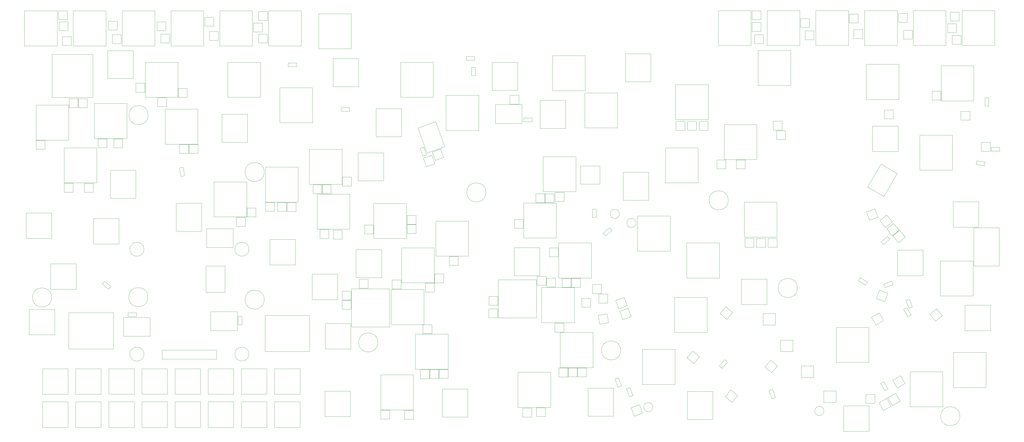
<source format=gbr>
G04 #@! TF.GenerationSoftware,KiCad,Pcbnew,(5.1.2-1)-1*
G04 #@! TF.CreationDate,2023-01-11T17:46:34-05:00*
G04 #@! TF.ProjectId,DrumMachineControlBoard,4472756d-4d61-4636-9869-6e65436f6e74,rev?*
G04 #@! TF.SameCoordinates,Original*
G04 #@! TF.FileFunction,Other,User*
%FSLAX46Y46*%
G04 Gerber Fmt 4.6, Leading zero omitted, Abs format (unit mm)*
G04 Created by KiCad (PCBNEW (5.1.2-1)-1) date 2023-01-11 17:46:34*
%MOMM*%
%LPD*%
G04 APERTURE LIST*
%ADD10C,0.050000*%
%ADD11C,0.120000*%
G04 APERTURE END LIST*
D10*
X121910000Y-19720000D02*
X118610000Y-19720000D01*
X121910000Y-18260000D02*
X121910000Y-19720000D01*
X118610000Y-18260000D02*
X121910000Y-18260000D01*
X118610000Y-19720000D02*
X118610000Y-18260000D01*
X142590000Y-37250000D02*
X139290000Y-37250000D01*
X142590000Y-35790000D02*
X142590000Y-37250000D01*
X139290000Y-35790000D02*
X142590000Y-35790000D01*
X139290000Y-37250000D02*
X139290000Y-35790000D01*
X310290000Y-86670000D02*
X310290000Y-72920000D01*
X297470000Y-86670000D02*
X310290000Y-86670000D01*
X297470000Y-72920000D02*
X297470000Y-86670000D01*
X310290000Y-72920000D02*
X297470000Y-72920000D01*
X283310000Y-40550000D02*
X283310000Y-26800000D01*
X270490000Y-40550000D02*
X283310000Y-40550000D01*
X270490000Y-26800000D02*
X270490000Y-40550000D01*
X283310000Y-26800000D02*
X270490000Y-26800000D01*
X310310000Y-90690000D02*
X306810000Y-90690000D01*
X310310000Y-90690000D02*
X310310000Y-87190000D01*
X306810000Y-87190000D02*
X306810000Y-90690000D01*
X306810000Y-87190000D02*
X310310000Y-87190000D01*
X305760000Y-90690000D02*
X302260000Y-90690000D01*
X305760000Y-90690000D02*
X305760000Y-87190000D01*
X302260000Y-87190000D02*
X302260000Y-90690000D01*
X302260000Y-87190000D02*
X305760000Y-87190000D01*
X301210000Y-90690000D02*
X297710000Y-90690000D01*
X301210000Y-90690000D02*
X301210000Y-87190000D01*
X297710000Y-87190000D02*
X297710000Y-90690000D01*
X297710000Y-87190000D02*
X301210000Y-87190000D01*
X283270000Y-44690000D02*
X279770000Y-44690000D01*
X283270000Y-44690000D02*
X283270000Y-41190000D01*
X279770000Y-41190000D02*
X279770000Y-44690000D01*
X279770000Y-41190000D02*
X283270000Y-41190000D01*
X278720000Y-44690000D02*
X275220000Y-44690000D01*
X278720000Y-44690000D02*
X278720000Y-41190000D01*
X275220000Y-41190000D02*
X275220000Y-44690000D01*
X275220000Y-41190000D02*
X278720000Y-41190000D01*
X274170000Y-44690000D02*
X270670000Y-44690000D01*
X274170000Y-44690000D02*
X274170000Y-41190000D01*
X270670000Y-41190000D02*
X270670000Y-44690000D01*
X270670000Y-41190000D02*
X274170000Y-41190000D01*
X143310000Y-12680000D02*
X143310000Y1070000D01*
X130490000Y-12680000D02*
X143310000Y-12680000D01*
X130490000Y1070000D02*
X130490000Y-12680000D01*
X143310000Y1070000D02*
X130490000Y1070000D01*
D11*
X41970000Y-14850000D02*
X33970000Y-14850000D01*
X41970000Y-31850000D02*
X41970000Y-14850000D01*
X25970000Y-31850000D02*
X41970000Y-31850000D01*
X25970000Y-14850000D02*
X25970000Y-31850000D01*
X33970000Y-14850000D02*
X25970000Y-14850000D01*
D10*
X191700000Y-17200000D02*
X188400000Y-17200000D01*
X191700000Y-15740000D02*
X191700000Y-17200000D01*
X188400000Y-15740000D02*
X191700000Y-15740000D01*
X188400000Y-17200000D02*
X188400000Y-15740000D01*
X393310000Y-31920000D02*
X393310000Y-35220000D01*
X391850000Y-31920000D02*
X393310000Y-31920000D01*
X391850000Y-35220000D02*
X391850000Y-31920000D01*
X393310000Y-35220000D02*
X391850000Y-35220000D01*
X394305000Y-51410002D02*
X397605000Y-51410002D01*
X394305000Y-52870002D02*
X394305000Y-51410002D01*
X397605000Y-52870002D02*
X394305000Y-52870002D01*
X397605000Y-51410002D02*
X397605000Y-52870002D01*
X391668170Y-58685429D02*
X388418304Y-58112390D01*
X391921696Y-57247610D02*
X391668170Y-58685429D01*
X388671830Y-56674571D02*
X391921696Y-57247610D01*
X388418304Y-58112390D02*
X388671830Y-56674571D01*
X355780168Y-105361642D02*
X352679182Y-106490309D01*
X355280818Y-103989691D02*
X355780168Y-105361642D01*
X352179832Y-105118358D02*
X355280818Y-103989691D01*
X352679182Y-106490309D02*
X352179832Y-105118358D01*
X342896058Y-102612801D02*
X345753942Y-104262801D01*
X342166058Y-103877199D02*
X342896058Y-102612801D01*
X345023942Y-105527199D02*
X342166058Y-103877199D01*
X345753942Y-104262801D02*
X345023942Y-105527199D01*
X361978358Y-114650168D02*
X360849691Y-111549182D01*
X363350309Y-114150818D02*
X361978358Y-114650168D01*
X362221642Y-111049832D02*
X363350309Y-114150818D01*
X360849691Y-111549182D02*
X362221642Y-111049832D01*
X361259878Y-114368018D02*
X362909878Y-117225902D01*
X359995480Y-115098018D02*
X361259878Y-114368018D01*
X361645480Y-117955902D02*
X359995480Y-115098018D01*
X362909878Y-117225902D02*
X361645480Y-117955902D01*
X308541642Y-146569832D02*
X309670309Y-149670818D01*
X307169691Y-147069182D02*
X308541642Y-146569832D01*
X308298358Y-150170168D02*
X307169691Y-147069182D01*
X309670309Y-149670818D02*
X308298358Y-150170168D01*
X287660188Y-137334738D02*
X289781387Y-134806792D01*
X288778613Y-138273208D02*
X287660188Y-137334738D01*
X290899812Y-135745262D02*
X288778613Y-138273208D01*
X289781387Y-134806792D02*
X290899812Y-135745262D01*
X237910000Y-78930000D02*
X237910000Y-75630000D01*
X239370000Y-78930000D02*
X237910000Y-78930000D01*
X239370000Y-75630000D02*
X239370000Y-78930000D01*
X237910000Y-75630000D02*
X239370000Y-75630000D01*
X242121984Y-85052529D02*
X244649930Y-82931330D01*
X243060454Y-86170954D02*
X242121984Y-85052529D01*
X245588400Y-84049755D02*
X243060454Y-86170954D01*
X244649930Y-82931330D02*
X245588400Y-84049755D01*
X247908358Y-145600168D02*
X246779691Y-142499182D01*
X249280309Y-145100818D02*
X247908358Y-145600168D01*
X248151642Y-141999832D02*
X249280309Y-145100818D01*
X246779691Y-142499182D02*
X248151642Y-141999832D01*
X252398358Y-149400168D02*
X251269691Y-146299182D01*
X253770309Y-148900818D02*
X252398358Y-149400168D01*
X252641642Y-145799832D02*
X253770309Y-148900818D01*
X251269691Y-146299182D02*
X252641642Y-145799832D01*
X214230000Y-41340000D02*
X210930000Y-41340000D01*
X214230000Y-39880000D02*
X214230000Y-41340000D01*
X210930000Y-39880000D02*
X214230000Y-39880000D01*
X210930000Y-41340000D02*
X210930000Y-39880000D01*
X46505262Y-103940188D02*
X49033208Y-106061387D01*
X45566792Y-105058613D02*
X46505262Y-103940188D01*
X48094738Y-107179812D02*
X45566792Y-105058613D01*
X49033208Y-106061387D02*
X48094738Y-107179812D01*
X352197199Y-143406058D02*
X353847199Y-146263942D01*
X350932801Y-144136058D02*
X352197199Y-143406058D01*
X352582801Y-146993942D02*
X350932801Y-144136058D01*
X353847199Y-146263942D02*
X352582801Y-146993942D01*
X354518011Y-87547468D02*
X351990065Y-89668667D01*
X353579541Y-86429043D02*
X354518011Y-87547468D01*
X351051595Y-88550242D02*
X353579541Y-86429043D01*
X351990065Y-89668667D02*
X351051595Y-88550242D01*
X171691642Y-51279832D02*
X172820309Y-54380818D01*
X170319691Y-51779182D02*
X171691642Y-51279832D01*
X171448358Y-54880168D02*
X170319691Y-51779182D01*
X172820309Y-54380818D02*
X171448358Y-54880168D01*
X76517610Y-62761696D02*
X75944571Y-59511830D01*
X77955429Y-62508170D02*
X76517610Y-62761696D01*
X77382390Y-59258304D02*
X77955429Y-62508170D01*
X75944571Y-59511830D02*
X77382390Y-59258304D01*
X190496676Y-23271694D02*
X190496676Y-19971694D01*
X191956676Y-23271694D02*
X190496676Y-23271694D01*
X191956676Y-19971694D02*
X191956676Y-23271694D01*
X190496676Y-19971694D02*
X191956676Y-19971694D01*
X98970000Y-121060000D02*
X98970000Y-117760000D01*
X100430000Y-121060000D02*
X98970000Y-121060000D01*
X100430000Y-117760000D02*
X100430000Y-121060000D01*
X98970000Y-117760000D02*
X100430000Y-117760000D01*
X59020000Y-117820000D02*
X55720000Y-117820000D01*
X59020000Y-116360000D02*
X59020000Y-117820000D01*
X55720000Y-116360000D02*
X59020000Y-116360000D01*
X55720000Y-117820000D02*
X55720000Y-116360000D01*
X328720000Y-155030000D02*
G75*
G03X328720000Y-155030000I-1800000J0D01*
G01*
X248500000Y-77560000D02*
G75*
G03X248500000Y-77560000I-1800000J0D01*
G01*
X261660000Y-153510000D02*
G75*
G03X261660000Y-153510000I-1800000J0D01*
G01*
X255030000Y-81130000D02*
G75*
G03X255030000Y-81130000I-1800000J0D01*
G01*
X352615927Y-112012997D02*
X349327003Y-110815927D01*
X352615927Y-112012997D02*
X353812997Y-108724073D01*
X350524073Y-107527003D02*
X349327003Y-110815927D01*
X350524073Y-107527003D02*
X353812997Y-108724073D01*
D11*
X397490000Y-98000000D02*
X387490000Y-98000000D01*
X397490000Y-83000000D02*
X397490000Y-98000000D01*
X387490000Y-83000000D02*
X397490000Y-83000000D01*
X387490000Y-83000000D02*
X387490000Y-98000000D01*
D10*
X395716096Y-11410000D02*
X395716096Y2340000D01*
X382896096Y-11410000D02*
X395716096Y-11410000D01*
X382896096Y2340000D02*
X382896096Y-11410000D01*
X395716096Y2340000D02*
X382896096Y2340000D01*
X376596328Y-11410000D02*
X376596328Y2340000D01*
X363776328Y-11410000D02*
X376596328Y-11410000D01*
X363776328Y2340000D02*
X363776328Y-11410000D01*
X376596328Y2340000D02*
X363776328Y2340000D01*
X357476560Y-11410000D02*
X357476560Y2340000D01*
X344656560Y-11410000D02*
X357476560Y-11410000D01*
X344656560Y2340000D02*
X344656560Y-11410000D01*
X357476560Y2340000D02*
X344656560Y2340000D01*
X338356792Y-11410000D02*
X338356792Y2340000D01*
X325536792Y-11410000D02*
X338356792Y-11410000D01*
X325536792Y2340000D02*
X325536792Y-11410000D01*
X338356792Y2340000D02*
X325536792Y2340000D01*
X319237024Y-11410000D02*
X319237024Y2340000D01*
X306417024Y-11410000D02*
X319237024Y-11410000D01*
X306417024Y2340000D02*
X306417024Y-11410000D01*
X319237024Y2340000D02*
X306417024Y2340000D01*
X300117256Y-11410000D02*
X300117256Y2340000D01*
X287297256Y-11410000D02*
X300117256Y-11410000D01*
X287297256Y2340000D02*
X287297256Y-11410000D01*
X300117256Y2340000D02*
X287297256Y2340000D01*
X123718000Y-11554000D02*
X123718000Y2196000D01*
X110898000Y-11554000D02*
X123718000Y-11554000D01*
X110898000Y2196000D02*
X110898000Y-11554000D01*
X123718000Y2196000D02*
X110898000Y2196000D01*
X104566400Y-11554000D02*
X104566400Y2196000D01*
X91746400Y-11554000D02*
X104566400Y-11554000D01*
X91746400Y2196000D02*
X91746400Y-11554000D01*
X104566400Y2196000D02*
X91746400Y2196000D01*
X85414800Y-11554000D02*
X85414800Y2196000D01*
X72594800Y-11554000D02*
X85414800Y-11554000D01*
X72594800Y2196000D02*
X72594800Y-11554000D01*
X85414800Y2196000D02*
X72594800Y2196000D01*
X66263200Y-11554000D02*
X66263200Y2196000D01*
X53443200Y-11554000D02*
X66263200Y-11554000D01*
X53443200Y2196000D02*
X53443200Y-11554000D01*
X66263200Y2196000D02*
X53443200Y2196000D01*
X47111600Y-11554000D02*
X47111600Y2196000D01*
X34291600Y-11554000D02*
X47111600Y-11554000D01*
X34291600Y2196000D02*
X34291600Y-11554000D01*
X47111600Y2196000D02*
X34291600Y2196000D01*
X27960000Y-11554000D02*
X27960000Y2196000D01*
X15140000Y-11554000D02*
X27960000Y-11554000D01*
X15140000Y2196000D02*
X15140000Y-11554000D01*
X27960000Y2196000D02*
X15140000Y2196000D01*
X381734000Y-1750000D02*
X378234000Y-1750000D01*
X381734000Y-1750000D02*
X381734000Y1750000D01*
X378234000Y1750000D02*
X378234000Y-1750000D01*
X378234000Y1750000D02*
X381734000Y1750000D01*
X380718000Y-6322000D02*
X377218000Y-6322000D01*
X380718000Y-6322000D02*
X380718000Y-2822000D01*
X377218000Y-2822000D02*
X377218000Y-6322000D01*
X377218000Y-2822000D02*
X380718000Y-2822000D01*
X361414000Y-2258000D02*
X357914000Y-2258000D01*
X361414000Y-2258000D02*
X361414000Y1242000D01*
X357914000Y1242000D02*
X357914000Y-2258000D01*
X357914000Y1242000D02*
X361414000Y1242000D01*
X342110000Y-2512000D02*
X338610000Y-2512000D01*
X342110000Y-2512000D02*
X342110000Y988000D01*
X338610000Y988000D02*
X338610000Y-2512000D01*
X338610000Y988000D02*
X342110000Y988000D01*
X323060000Y-4290000D02*
X319560000Y-4290000D01*
X323060000Y-4290000D02*
X323060000Y-790000D01*
X319560000Y-790000D02*
X319560000Y-4290000D01*
X319560000Y-790000D02*
X323060000Y-790000D01*
X304010000Y-5814000D02*
X300510000Y-5814000D01*
X304010000Y-5814000D02*
X304010000Y-2314000D01*
X300510000Y-2314000D02*
X300510000Y-5814000D01*
X300510000Y-2314000D02*
X304010000Y-2314000D01*
X382496000Y-10894000D02*
X378996000Y-10894000D01*
X382496000Y-10894000D02*
X382496000Y-7394000D01*
X378996000Y-7394000D02*
X378996000Y-10894000D01*
X378996000Y-7394000D02*
X382496000Y-7394000D01*
X363446000Y-8862000D02*
X359946000Y-8862000D01*
X363446000Y-8862000D02*
X363446000Y-5362000D01*
X359946000Y-5362000D02*
X359946000Y-8862000D01*
X359946000Y-5362000D02*
X363446000Y-5362000D01*
X343888000Y-8608000D02*
X340388000Y-8608000D01*
X343888000Y-8608000D02*
X343888000Y-5108000D01*
X340388000Y-5108000D02*
X340388000Y-8608000D01*
X340388000Y-5108000D02*
X343888000Y-5108000D01*
X324838000Y-9116000D02*
X321338000Y-9116000D01*
X324838000Y-9116000D02*
X324838000Y-5616000D01*
X321338000Y-5616000D02*
X321338000Y-9116000D01*
X321338000Y-5616000D02*
X324838000Y-5616000D01*
X305026000Y-10640000D02*
X301526000Y-10640000D01*
X305026000Y-10640000D02*
X305026000Y-7140000D01*
X301526000Y-7140000D02*
X301526000Y-10640000D01*
X301526000Y-7140000D02*
X305026000Y-7140000D01*
X304010000Y-1242000D02*
X300510000Y-1242000D01*
X304010000Y-1242000D02*
X304010000Y2258000D01*
X300510000Y2258000D02*
X300510000Y-1242000D01*
X300510000Y2258000D02*
X304010000Y2258000D01*
X110462000Y-1496000D02*
X106962000Y-1496000D01*
X110462000Y-1496000D02*
X110462000Y2004000D01*
X106962000Y2004000D02*
X106962000Y-1496000D01*
X106962000Y2004000D02*
X110462000Y2004000D01*
X108430000Y-6068000D02*
X104930000Y-6068000D01*
X108430000Y-6068000D02*
X108430000Y-2568000D01*
X104930000Y-2568000D02*
X104930000Y-6068000D01*
X104930000Y-2568000D02*
X108430000Y-2568000D01*
X89380000Y-3782000D02*
X85880000Y-3782000D01*
X89380000Y-3782000D02*
X89380000Y-282000D01*
X85880000Y-282000D02*
X85880000Y-3782000D01*
X85880000Y-282000D02*
X89380000Y-282000D01*
X70584000Y-5560000D02*
X67084000Y-5560000D01*
X70584000Y-5560000D02*
X70584000Y-2060000D01*
X67084000Y-2060000D02*
X67084000Y-5560000D01*
X67084000Y-2060000D02*
X70584000Y-2060000D01*
X51534000Y-5306000D02*
X48034000Y-5306000D01*
X51534000Y-5306000D02*
X51534000Y-1806000D01*
X48034000Y-1806000D02*
X48034000Y-5306000D01*
X48034000Y-1806000D02*
X51534000Y-1806000D01*
X32230000Y-5560000D02*
X28730000Y-5560000D01*
X32230000Y-5560000D02*
X32230000Y-2060000D01*
X28730000Y-2060000D02*
X28730000Y-5560000D01*
X28730000Y-2060000D02*
X32230000Y-2060000D01*
X110462000Y-10386000D02*
X106962000Y-10386000D01*
X110462000Y-10386000D02*
X110462000Y-6886000D01*
X106962000Y-6886000D02*
X106962000Y-10386000D01*
X106962000Y-6886000D02*
X110462000Y-6886000D01*
X91158000Y-9370000D02*
X87658000Y-9370000D01*
X91158000Y-9370000D02*
X91158000Y-5870000D01*
X87658000Y-5870000D02*
X87658000Y-9370000D01*
X87658000Y-5870000D02*
X91158000Y-5870000D01*
X72108000Y-10386000D02*
X68608000Y-10386000D01*
X72108000Y-10386000D02*
X72108000Y-6886000D01*
X68608000Y-6886000D02*
X68608000Y-10386000D01*
X68608000Y-6886000D02*
X72108000Y-6886000D01*
X53058000Y-10640000D02*
X49558000Y-10640000D01*
X53058000Y-10640000D02*
X53058000Y-7140000D01*
X49558000Y-7140000D02*
X49558000Y-10640000D01*
X49558000Y-7140000D02*
X53058000Y-7140000D01*
X33500000Y-11402000D02*
X30000000Y-11402000D01*
X33500000Y-11402000D02*
X33500000Y-7902000D01*
X30000000Y-7902000D02*
X30000000Y-11402000D01*
X30000000Y-7902000D02*
X33500000Y-7902000D01*
X31976000Y-1242000D02*
X28476000Y-1242000D01*
X31976000Y-1242000D02*
X31976000Y2258000D01*
X28476000Y2258000D02*
X28476000Y-1242000D01*
X28476000Y2258000D02*
X31976000Y2258000D01*
X302410000Y-56200000D02*
X302410000Y-42450000D01*
X289590000Y-56200000D02*
X302410000Y-56200000D01*
X289590000Y-42450000D02*
X289590000Y-56200000D01*
X302410000Y-42450000D02*
X289590000Y-42450000D01*
X297850000Y-56330000D02*
X297850000Y-59830000D01*
X297850000Y-56330000D02*
X294350000Y-56330000D01*
X294350000Y-59830000D02*
X297850000Y-59830000D01*
X294350000Y-59830000D02*
X294350000Y-56330000D01*
X290230000Y-56370000D02*
X290230000Y-59870000D01*
X290230000Y-56370000D02*
X286730000Y-56370000D01*
X286730000Y-59870000D02*
X290230000Y-59870000D01*
X286730000Y-59870000D02*
X286730000Y-56370000D01*
X231420000Y-68850000D02*
X231420000Y-55100000D01*
X218600000Y-68850000D02*
X231420000Y-68850000D01*
X218600000Y-55100000D02*
X218600000Y-68850000D01*
X231420000Y-55100000D02*
X218600000Y-55100000D01*
X189280000Y-94140000D02*
X189280000Y-80390000D01*
X176460000Y-94140000D02*
X189280000Y-94140000D01*
X176460000Y-80390000D02*
X176460000Y-94140000D01*
X189280000Y-80390000D02*
X176460000Y-80390000D01*
X279390000Y-65350000D02*
X279390000Y-51600000D01*
X266570000Y-65350000D02*
X279390000Y-65350000D01*
X266570000Y-51600000D02*
X266570000Y-65350000D01*
X279390000Y-51600000D02*
X266570000Y-51600000D01*
X176092997Y-57815927D02*
X172804073Y-59012997D01*
X176092997Y-57815927D02*
X174895927Y-54527003D01*
X171607003Y-55724073D02*
X172804073Y-59012997D01*
X171607003Y-55724073D02*
X174895927Y-54527003D01*
X179502997Y-55375927D02*
X176214073Y-56572997D01*
X179502997Y-55375927D02*
X178305927Y-52087003D01*
X175017003Y-53284073D02*
X176214073Y-56572997D01*
X175017003Y-53284073D02*
X178305927Y-52087003D01*
X355080544Y-153060544D02*
X352049456Y-154810544D01*
X355080544Y-153060544D02*
X353330544Y-150029456D01*
X350299456Y-151779456D02*
X352049456Y-154810544D01*
X350299456Y-151779456D02*
X353330544Y-150029456D01*
X348690000Y-151950000D02*
X345190000Y-151950000D01*
X348690000Y-151950000D02*
X348690000Y-148450000D01*
X345190000Y-148450000D02*
X345190000Y-151950000D01*
X345190000Y-148450000D02*
X348690000Y-148450000D01*
X358600544Y-151070544D02*
X355569456Y-152820544D01*
X358600544Y-151070544D02*
X356850544Y-148039456D01*
X353819456Y-149789456D02*
X355569456Y-152820544D01*
X353819456Y-149789456D02*
X356850544Y-148039456D01*
X360510544Y-144170544D02*
X357479456Y-145920544D01*
X360510544Y-144170544D02*
X358760544Y-141139456D01*
X355729456Y-142889456D02*
X357479456Y-145920544D01*
X355729456Y-142889456D02*
X358760544Y-141139456D01*
X209050000Y-34470000D02*
X205550000Y-34470000D01*
X209050000Y-34470000D02*
X209050000Y-30970000D01*
X205550000Y-30970000D02*
X205550000Y-34470000D01*
X205550000Y-30970000D02*
X209050000Y-30970000D01*
X360625456Y-86635699D02*
X357944301Y-88885456D01*
X360625456Y-86635699D02*
X358375699Y-83954544D01*
X355694544Y-86204301D02*
X357944301Y-88885456D01*
X355694544Y-86204301D02*
X358375699Y-83954544D01*
X358265456Y-83925699D02*
X355584301Y-86175456D01*
X358265456Y-83925699D02*
X356015699Y-81244544D01*
X353334544Y-83494301D02*
X355584301Y-86175456D01*
X353334544Y-83494301D02*
X356015699Y-81244544D01*
X355555456Y-80635699D02*
X352874301Y-82885456D01*
X355555456Y-80635699D02*
X353305699Y-77954544D01*
X350624544Y-80204301D02*
X352874301Y-82885456D01*
X350624544Y-80204301D02*
X353305699Y-77954544D01*
X349872997Y-78845927D02*
X346584073Y-80042997D01*
X349872997Y-78845927D02*
X348675927Y-75557003D01*
X345387003Y-76754073D02*
X346584073Y-80042997D01*
X345387003Y-76754073D02*
X348675927Y-75557003D01*
X312290000Y-44660000D02*
X308790000Y-44660000D01*
X312290000Y-44660000D02*
X312290000Y-41160000D01*
X308790000Y-41160000D02*
X308790000Y-44660000D01*
X308790000Y-41160000D02*
X312290000Y-41160000D01*
X393970000Y-52940000D02*
X390470000Y-52940000D01*
X393970000Y-52940000D02*
X393970000Y-49440000D01*
X390470000Y-49440000D02*
X390470000Y-52940000D01*
X390470000Y-49440000D02*
X393970000Y-49440000D01*
X249795592Y-119108915D02*
X248598522Y-115819991D01*
X249795592Y-119108915D02*
X253084516Y-117911845D01*
X251887446Y-114622921D02*
X248598522Y-115819991D01*
X251887446Y-114622921D02*
X253084516Y-117911845D01*
X248239400Y-114833315D02*
X247042330Y-111544391D01*
X248239400Y-114833315D02*
X251528324Y-113636245D01*
X250331254Y-110347321D02*
X247042330Y-111544391D01*
X250331254Y-110347321D02*
X251528324Y-113636245D01*
X374600000Y-32840000D02*
X371100000Y-32840000D01*
X374600000Y-32840000D02*
X374600000Y-29340000D01*
X371100000Y-29340000D02*
X371100000Y-32840000D01*
X371100000Y-29340000D02*
X374600000Y-29340000D01*
X352130544Y-119470544D02*
X349099456Y-121220544D01*
X352130544Y-119470544D02*
X350380544Y-116439456D01*
X347349456Y-118189456D02*
X349099456Y-121220544D01*
X347349456Y-118189456D02*
X350380544Y-116439456D01*
X387500000Y-33150000D02*
X387500000Y-19400000D01*
X374680000Y-33150000D02*
X387500000Y-33150000D01*
X374680000Y-19400000D02*
X374680000Y-33150000D01*
X387500000Y-19400000D02*
X374680000Y-19400000D01*
X240850000Y-58770000D02*
X240850000Y-65830000D01*
X240850000Y-58770000D02*
X233250000Y-58770000D01*
X233250000Y-65830000D02*
X240850000Y-65830000D01*
X233250000Y-65830000D02*
X233250000Y-58770000D01*
X313640000Y-48350000D02*
X310140000Y-48350000D01*
X313640000Y-48350000D02*
X313640000Y-44850000D01*
X310140000Y-44850000D02*
X310140000Y-48350000D01*
X310140000Y-44850000D02*
X313640000Y-44850000D01*
X385940000Y-40700000D02*
X382440000Y-40700000D01*
X385940000Y-40700000D02*
X385940000Y-37200000D01*
X382440000Y-37200000D02*
X382440000Y-40700000D01*
X382440000Y-37200000D02*
X385940000Y-37200000D01*
X224510000Y-94410000D02*
X221010000Y-94410000D01*
X224510000Y-94410000D02*
X224510000Y-90910000D01*
X221010000Y-90910000D02*
X221010000Y-94410000D01*
X221010000Y-90910000D02*
X224510000Y-90910000D01*
X352390002Y-36710001D02*
X355890002Y-36710001D01*
X352390002Y-36710001D02*
X352390002Y-40210001D01*
X355890002Y-40210001D02*
X355890002Y-36710001D01*
X355890002Y-40210001D02*
X352390002Y-40210001D01*
X83200000Y-53780000D02*
X79700000Y-53780000D01*
X83200000Y-53780000D02*
X83200000Y-50280000D01*
X79700000Y-50280000D02*
X79700000Y-53780000D01*
X79700000Y-50280000D02*
X83200000Y-50280000D01*
X78960000Y-31790000D02*
X75460000Y-31790000D01*
X78960000Y-31790000D02*
X78960000Y-28290000D01*
X75460000Y-28290000D02*
X75460000Y-31790000D01*
X75460000Y-28290000D02*
X78960000Y-28290000D01*
X121640000Y-76630000D02*
X118140000Y-76630000D01*
X121640000Y-76630000D02*
X121640000Y-73130000D01*
X118140000Y-73130000D02*
X118140000Y-76630000D01*
X118140000Y-73130000D02*
X121640000Y-73130000D01*
X70830000Y-35400000D02*
X67330000Y-35400000D01*
X70830000Y-35400000D02*
X70830000Y-31900000D01*
X67330000Y-31900000D02*
X67330000Y-35400000D01*
X67330000Y-31900000D02*
X70830000Y-31900000D01*
X117880000Y-76540000D02*
X114380000Y-76540000D01*
X117880000Y-76540000D02*
X117880000Y-73040000D01*
X114380000Y-73040000D02*
X114380000Y-76540000D01*
X114380000Y-73040000D02*
X117880000Y-73040000D01*
X79440000Y-53790000D02*
X75940000Y-53790000D01*
X79440000Y-53790000D02*
X79440000Y-50290000D01*
X75940000Y-50290000D02*
X75940000Y-53790000D01*
X75940000Y-50290000D02*
X79440000Y-50290000D01*
X62330000Y-29740000D02*
X58830000Y-29740000D01*
X62330000Y-29740000D02*
X62330000Y-26240000D01*
X58830000Y-26240000D02*
X58830000Y-29740000D01*
X58830000Y-26240000D02*
X62330000Y-26240000D01*
X113190000Y-76540000D02*
X109690000Y-76540000D01*
X113190000Y-76540000D02*
X113190000Y-73040000D01*
X109690000Y-73040000D02*
X109690000Y-76540000D01*
X109690000Y-73040000D02*
X113190000Y-73040000D01*
X143360000Y-66580000D02*
X139860000Y-66580000D01*
X143360000Y-66580000D02*
X143360000Y-63080000D01*
X139860000Y-63080000D02*
X139860000Y-66580000D01*
X139860000Y-63080000D02*
X143360000Y-63080000D01*
X105920000Y-78710000D02*
X102420000Y-78710000D01*
X105920000Y-78710000D02*
X105920000Y-75210000D01*
X102420000Y-75210000D02*
X102420000Y-78710000D01*
X102420000Y-75210000D02*
X105920000Y-75210000D01*
X42130000Y-69070000D02*
X38630000Y-69070000D01*
X42130000Y-69070000D02*
X42130000Y-65570000D01*
X38630000Y-65570000D02*
X38630000Y-69070000D01*
X38630000Y-65570000D02*
X42130000Y-65570000D01*
X39750000Y-35820000D02*
X36250000Y-35820000D01*
X39750000Y-35820000D02*
X39750000Y-32320000D01*
X36250000Y-32320000D02*
X36250000Y-35820000D01*
X36250000Y-32320000D02*
X39750000Y-32320000D01*
X135370000Y-69640000D02*
X131870000Y-69640000D01*
X135370000Y-69640000D02*
X135370000Y-66140000D01*
X131870000Y-66140000D02*
X131870000Y-69640000D01*
X131870000Y-66140000D02*
X135370000Y-66140000D01*
X131780000Y-69570000D02*
X128280000Y-69570000D01*
X131780000Y-69570000D02*
X131780000Y-66070000D01*
X128280000Y-66070000D02*
X128280000Y-69570000D01*
X128280000Y-66070000D02*
X131780000Y-66070000D01*
X101760000Y-82410000D02*
X98260000Y-82410000D01*
X101760000Y-82410000D02*
X101760000Y-78910000D01*
X98260000Y-78910000D02*
X98260000Y-82410000D01*
X98260000Y-78910000D02*
X101760000Y-78910000D01*
X34190000Y-69050000D02*
X30690000Y-69050000D01*
X34190000Y-69050000D02*
X34190000Y-65550000D01*
X30690000Y-65550000D02*
X30690000Y-69050000D01*
X30690000Y-65550000D02*
X34190000Y-65550000D01*
X23190000Y-52170000D02*
X19690000Y-52170000D01*
X23190000Y-52170000D02*
X23190000Y-48670000D01*
X19690000Y-48670000D02*
X19690000Y-52170000D01*
X19690000Y-48670000D02*
X23190000Y-48670000D01*
X36150000Y-35780000D02*
X32650000Y-35780000D01*
X36150000Y-35780000D02*
X36150000Y-32280000D01*
X32650000Y-32280000D02*
X32650000Y-35780000D01*
X32650000Y-32280000D02*
X36150000Y-32280000D01*
X55350000Y-47950000D02*
X55350000Y-34200000D01*
X42530000Y-47950000D02*
X55350000Y-47950000D01*
X42530000Y-34200000D02*
X42530000Y-47950000D01*
X55350000Y-34200000D02*
X42530000Y-34200000D01*
X142730000Y-83550000D02*
X142730000Y-69800000D01*
X129910000Y-83550000D02*
X142730000Y-83550000D01*
X129910000Y-69800000D02*
X129910000Y-83550000D01*
X142730000Y-69800000D02*
X129910000Y-69800000D01*
X53660000Y-51560000D02*
X50160000Y-51560000D01*
X53660000Y-51560000D02*
X53660000Y-48060000D01*
X50160000Y-48060000D02*
X50160000Y-51560000D01*
X50160000Y-48060000D02*
X53660000Y-48060000D01*
X139780000Y-87470000D02*
X136280000Y-87470000D01*
X139780000Y-87470000D02*
X139780000Y-83970000D01*
X136280000Y-83970000D02*
X136280000Y-87470000D01*
X136280000Y-83970000D02*
X139780000Y-83970000D01*
X134490000Y-87250000D02*
X130990000Y-87250000D01*
X134490000Y-87250000D02*
X134490000Y-83750000D01*
X130990000Y-83750000D02*
X130990000Y-87250000D01*
X130990000Y-83750000D02*
X134490000Y-83750000D01*
X47450000Y-51570000D02*
X43950000Y-51570000D01*
X47450000Y-51570000D02*
X47450000Y-48070000D01*
X43950000Y-48070000D02*
X43950000Y-51570000D01*
X43950000Y-48070000D02*
X47450000Y-48070000D01*
X233190000Y-106390000D02*
X229690000Y-106390000D01*
X233190000Y-106390000D02*
X233190000Y-102890000D01*
X229690000Y-102890000D02*
X229690000Y-106390000D01*
X229690000Y-102890000D02*
X233190000Y-102890000D01*
X219440000Y-157210000D02*
X215940000Y-157210000D01*
X219440000Y-157210000D02*
X219440000Y-153710000D01*
X215940000Y-153710000D02*
X215940000Y-157210000D01*
X215940000Y-153710000D02*
X219440000Y-153710000D01*
X229490000Y-106420000D02*
X225990000Y-106420000D01*
X229490000Y-106420000D02*
X229490000Y-102920000D01*
X225990000Y-102920000D02*
X225990000Y-106420000D01*
X225990000Y-102920000D02*
X229490000Y-102920000D01*
X214070000Y-157400000D02*
X210570000Y-157400000D01*
X214070000Y-157400000D02*
X214070000Y-153900000D01*
X210570000Y-153900000D02*
X210570000Y-157400000D01*
X210570000Y-153900000D02*
X214070000Y-153900000D01*
X222820000Y-73120000D02*
X219320000Y-73120000D01*
X222820000Y-73120000D02*
X222820000Y-69620000D01*
X219320000Y-69620000D02*
X219320000Y-73120000D01*
X219320000Y-69620000D02*
X222820000Y-69620000D01*
X235520000Y-141580000D02*
X232020000Y-141580000D01*
X235520000Y-141580000D02*
X235520000Y-138080000D01*
X232020000Y-138080000D02*
X232020000Y-141580000D01*
X232020000Y-138080000D02*
X235520000Y-138080000D01*
X219230000Y-73150000D02*
X215730000Y-73150000D01*
X219230000Y-73150000D02*
X219230000Y-69650000D01*
X215730000Y-69650000D02*
X215730000Y-73150000D01*
X215730000Y-69650000D02*
X219230000Y-69650000D01*
X231910000Y-141580000D02*
X228410000Y-141580000D01*
X231910000Y-141580000D02*
X231910000Y-138080000D01*
X228410000Y-138080000D02*
X228410000Y-141580000D01*
X228410000Y-138080000D02*
X231910000Y-138080000D01*
X226660000Y-123980000D02*
X223160000Y-123980000D01*
X226660000Y-123980000D02*
X226660000Y-120480000D01*
X223160000Y-120480000D02*
X223160000Y-123980000D01*
X223160000Y-120480000D02*
X226660000Y-120480000D01*
X210790000Y-83240000D02*
X207290000Y-83240000D01*
X210790000Y-83240000D02*
X210790000Y-79740000D01*
X207290000Y-79740000D02*
X207290000Y-83240000D01*
X207290000Y-79740000D02*
X210790000Y-79740000D01*
X228280000Y-141590000D02*
X224780000Y-141590000D01*
X228280000Y-141590000D02*
X228280000Y-138090000D01*
X224780000Y-138090000D02*
X224780000Y-141590000D01*
X224780000Y-138090000D02*
X228280000Y-138090000D01*
X179510000Y-104630000D02*
X176010000Y-104630000D01*
X179510000Y-104630000D02*
X179510000Y-101130000D01*
X176010000Y-101130000D02*
X176010000Y-104630000D01*
X176010000Y-101130000D02*
X179510000Y-101130000D01*
X167660000Y-158210000D02*
X164160000Y-158210000D01*
X167660000Y-158210000D02*
X167660000Y-154710000D01*
X164160000Y-154710000D02*
X164160000Y-158210000D01*
X164160000Y-154710000D02*
X167660000Y-154710000D01*
X175940000Y-108250000D02*
X172440000Y-108250000D01*
X175940000Y-108250000D02*
X175940000Y-104750000D01*
X172440000Y-104750000D02*
X172440000Y-108250000D01*
X172440000Y-104750000D02*
X175940000Y-104750000D01*
X158400000Y-158170000D02*
X154900000Y-158170000D01*
X158400000Y-158170000D02*
X158400000Y-154670000D01*
X154900000Y-154670000D02*
X154900000Y-158170000D01*
X154900000Y-154670000D02*
X158400000Y-154670000D01*
X168700000Y-85240000D02*
X165200000Y-85240000D01*
X168700000Y-85240000D02*
X168700000Y-81740000D01*
X165200000Y-81740000D02*
X165200000Y-85240000D01*
X165200000Y-81740000D02*
X168700000Y-81740000D01*
X181280000Y-142160000D02*
X177780000Y-142160000D01*
X181280000Y-142160000D02*
X181280000Y-138660000D01*
X177780000Y-138660000D02*
X177780000Y-142160000D01*
X177780000Y-138660000D02*
X181280000Y-138660000D01*
X168700000Y-81660000D02*
X165200000Y-81660000D01*
X168700000Y-81660000D02*
X168700000Y-78160000D01*
X165200000Y-78160000D02*
X165200000Y-81660000D01*
X165200000Y-78160000D02*
X168700000Y-78160000D01*
X177620000Y-142260000D02*
X174120000Y-142260000D01*
X177620000Y-142260000D02*
X177620000Y-138760000D01*
X174120000Y-138760000D02*
X174120000Y-142260000D01*
X174120000Y-138760000D02*
X177620000Y-138760000D01*
X174930000Y-124620000D02*
X171430000Y-124620000D01*
X174930000Y-124620000D02*
X174930000Y-121120000D01*
X171430000Y-121120000D02*
X171430000Y-124620000D01*
X171430000Y-121120000D02*
X174930000Y-121120000D01*
X152030000Y-85410000D02*
X148530000Y-85410000D01*
X152030000Y-85410000D02*
X152030000Y-81910000D01*
X148530000Y-81910000D02*
X148530000Y-85410000D01*
X148530000Y-81910000D02*
X152030000Y-81910000D01*
X174000000Y-142270000D02*
X170500000Y-142270000D01*
X174000000Y-142270000D02*
X174000000Y-138770000D01*
X170500000Y-138770000D02*
X170500000Y-142270000D01*
X170500000Y-138770000D02*
X174000000Y-138770000D01*
D11*
X215960000Y-118400000D02*
X215960000Y-103400000D01*
X200960000Y-118400000D02*
X215960000Y-118400000D01*
X200960000Y-103400000D02*
X200960000Y-118400000D01*
X215960000Y-103400000D02*
X200960000Y-103400000D01*
X158380000Y-121970000D02*
X158380000Y-106970000D01*
X143380000Y-121970000D02*
X158380000Y-121970000D01*
X143380000Y-106970000D02*
X143380000Y-121970000D01*
X158380000Y-106970000D02*
X143380000Y-106970000D01*
D10*
X219740000Y-105570000D02*
X216240000Y-105570000D01*
X219740000Y-105570000D02*
X219740000Y-102070000D01*
X216240000Y-102070000D02*
X216240000Y-105570000D01*
X216240000Y-102070000D02*
X219740000Y-102070000D01*
X223400000Y-106270000D02*
X219900000Y-106270000D01*
X223400000Y-106270000D02*
X223400000Y-102770000D01*
X219900000Y-102770000D02*
X219900000Y-106270000D01*
X219900000Y-102770000D02*
X223400000Y-102770000D01*
X200740000Y-118340000D02*
X197240000Y-118340000D01*
X200740000Y-118340000D02*
X200740000Y-114840000D01*
X197240000Y-114840000D02*
X197240000Y-118340000D01*
X197240000Y-114840000D02*
X200740000Y-114840000D01*
X200810000Y-113420000D02*
X197310000Y-113420000D01*
X200810000Y-113420000D02*
X200810000Y-109920000D01*
X197310000Y-109920000D02*
X197310000Y-113420000D01*
X197310000Y-109920000D02*
X200810000Y-109920000D01*
X162840000Y-107030000D02*
X159340000Y-107030000D01*
X162840000Y-107030000D02*
X162840000Y-103530000D01*
X159340000Y-103530000D02*
X159340000Y-107030000D01*
X159340000Y-103530000D02*
X162840000Y-103530000D01*
X149950000Y-106780000D02*
X146450000Y-106780000D01*
X149950000Y-106780000D02*
X149950000Y-103280000D01*
X146450000Y-103280000D02*
X146450000Y-106780000D01*
X146450000Y-103280000D02*
X149950000Y-103280000D01*
X143240000Y-115000000D02*
X139740000Y-115000000D01*
X143240000Y-115000000D02*
X143240000Y-111500000D01*
X139740000Y-111500000D02*
X139740000Y-115000000D01*
X139740000Y-111500000D02*
X143240000Y-111500000D01*
X143210000Y-111400000D02*
X139710000Y-111400000D01*
X143210000Y-111400000D02*
X143210000Y-107900000D01*
X139710000Y-107900000D02*
X139710000Y-111400000D01*
X139710000Y-107900000D02*
X143210000Y-107900000D01*
D11*
X42200000Y-89400000D02*
X42200000Y-79400000D01*
X52200000Y-89400000D02*
X42200000Y-89400000D01*
X52200000Y-79400000D02*
X52200000Y-89400000D01*
X42200000Y-79400000D02*
X52200000Y-79400000D01*
X62000000Y-132670000D02*
G75*
G03X62000000Y-132670000I-2750000J0D01*
G01*
X62000000Y-91460000D02*
G75*
G03X62000000Y-91460000I-2750000J0D01*
G01*
X103170000Y-91450000D02*
G75*
G03X103170000Y-91450000I-2750000J0D01*
G01*
X103190000Y-132650000D02*
G75*
G03X103190000Y-132650000I-2750000J0D01*
G01*
D10*
X69130000Y-134560000D02*
X69130000Y-131010000D01*
X69130000Y-131010000D02*
X90480000Y-131010000D01*
X90480000Y-131010000D02*
X90480000Y-134560000D01*
X90480000Y-134560000D02*
X69130000Y-134560000D01*
X357454294Y-61686668D02*
X351045706Y-57986668D01*
X352254294Y-70693332D02*
X357454294Y-61686668D01*
X345845706Y-66993332D02*
X352254294Y-70693332D01*
X351045706Y-57986668D02*
X345845706Y-66993332D01*
X53990000Y-118230000D02*
X53990000Y-125630000D01*
X64390000Y-118230000D02*
X53990000Y-118230000D01*
X64390000Y-125630000D02*
X64390000Y-118230000D01*
X53990000Y-125630000D02*
X64390000Y-125630000D01*
X86360000Y-108430000D02*
X93760000Y-108430000D01*
X86360000Y-98030000D02*
X86360000Y-108430000D01*
X93760000Y-98030000D02*
X86360000Y-98030000D01*
X93760000Y-108430000D02*
X93760000Y-98030000D01*
X88160000Y-116010000D02*
X88160000Y-123410000D01*
X98560000Y-116010000D02*
X88160000Y-116010000D01*
X98560000Y-123410000D02*
X98560000Y-116010000D01*
X88160000Y-123410000D02*
X98560000Y-123410000D01*
X97000000Y-90760000D02*
X97000000Y-83360000D01*
X86600000Y-90760000D02*
X97000000Y-90760000D01*
X86600000Y-83360000D02*
X86600000Y-90760000D01*
X97000000Y-83360000D02*
X86600000Y-83360000D01*
X318300000Y-106700000D02*
G75*
G03X318300000Y-106700000I-3750000J0D01*
G01*
X382050000Y-157050000D02*
G75*
G03X382050000Y-157050000I-3750000J0D01*
G01*
X249000000Y-131200000D02*
G75*
G03X249000000Y-131200000I-3750000J0D01*
G01*
X291200000Y-72250000D02*
G75*
G03X291200000Y-72250000I-3750000J0D01*
G01*
X109200000Y-61150000D02*
G75*
G03X109200000Y-61150000I-3750000J0D01*
G01*
X109200000Y-111250000D02*
G75*
G03X109200000Y-111250000I-3750000J0D01*
G01*
X63550000Y-110300000D02*
G75*
G03X63550000Y-110300000I-3750000J0D01*
G01*
X63650000Y-38750000D02*
G75*
G03X63650000Y-38750000I-3750000J0D01*
G01*
X25800000Y-110400000D02*
G75*
G03X25800000Y-110400000I-3750000J0D01*
G01*
X196160000Y-69130000D02*
G75*
G03X196160000Y-69130000I-3750000J0D01*
G01*
X153760000Y-128080000D02*
G75*
G03X153760000Y-128080000I-3750000J0D01*
G01*
D11*
X113200000Y-161400000D02*
X113200000Y-151400000D01*
X123200000Y-161400000D02*
X113200000Y-161400000D01*
X123200000Y-151400000D02*
X123200000Y-161400000D01*
X113200000Y-151400000D02*
X123200000Y-151400000D01*
D10*
X83110000Y-50150000D02*
X83110000Y-36400000D01*
X70290000Y-50150000D02*
X83110000Y-50150000D01*
X70290000Y-36400000D02*
X70290000Y-50150000D01*
X83110000Y-36400000D02*
X70290000Y-36400000D01*
X75310000Y-31750000D02*
X75310000Y-18000000D01*
X62490000Y-31750000D02*
X75310000Y-31750000D01*
X62490000Y-18000000D02*
X62490000Y-31750000D01*
X75310000Y-18000000D02*
X62490000Y-18000000D01*
X122510000Y-72950000D02*
X122510000Y-59200000D01*
X109690000Y-72950000D02*
X122510000Y-72950000D01*
X109690000Y-59200000D02*
X109690000Y-72950000D01*
X122510000Y-59200000D02*
X109690000Y-59200000D01*
X139710000Y-65950000D02*
X139710000Y-52200000D01*
X126890000Y-65950000D02*
X139710000Y-65950000D01*
X126890000Y-52200000D02*
X126890000Y-65950000D01*
X139710000Y-52200000D02*
X126890000Y-52200000D01*
X102310000Y-78750000D02*
X102310000Y-65000000D01*
X89490000Y-78750000D02*
X102310000Y-78750000D01*
X89490000Y-65000000D02*
X89490000Y-78750000D01*
X102310000Y-65000000D02*
X89490000Y-65000000D01*
X43510000Y-65350000D02*
X43510000Y-51600000D01*
X30690000Y-65350000D02*
X43510000Y-65350000D01*
X30690000Y-51600000D02*
X30690000Y-65350000D01*
X43510000Y-51600000D02*
X30690000Y-51600000D01*
X32510000Y-48550000D02*
X32510000Y-34800000D01*
X19690000Y-48550000D02*
X32510000Y-48550000D01*
X19690000Y-34800000D02*
X19690000Y-48550000D01*
X32510000Y-34800000D02*
X19690000Y-34800000D01*
X237510000Y-102750000D02*
X237510000Y-89000000D01*
X224690000Y-102750000D02*
X237510000Y-102750000D01*
X224690000Y-89000000D02*
X224690000Y-102750000D01*
X237510000Y-89000000D02*
X224690000Y-89000000D01*
X221510000Y-153550000D02*
X221510000Y-139800000D01*
X208690000Y-153550000D02*
X221510000Y-153550000D01*
X208690000Y-139800000D02*
X208690000Y-153550000D01*
X221510000Y-139800000D02*
X208690000Y-139800000D01*
X223750000Y-87030000D02*
X223750000Y-73280000D01*
X210930000Y-87030000D02*
X223750000Y-87030000D01*
X210930000Y-73280000D02*
X210930000Y-87030000D01*
X223750000Y-73280000D02*
X210930000Y-73280000D01*
X238110000Y-137950000D02*
X238110000Y-124200000D01*
X225290000Y-137950000D02*
X238110000Y-137950000D01*
X225290000Y-124200000D02*
X225290000Y-137950000D01*
X238110000Y-124200000D02*
X225290000Y-124200000D01*
X230840000Y-120280000D02*
X230840000Y-106530000D01*
X218020000Y-120280000D02*
X230840000Y-120280000D01*
X218020000Y-106530000D02*
X218020000Y-120280000D01*
X230840000Y-106530000D02*
X218020000Y-106530000D01*
X175860000Y-104650000D02*
X175860000Y-90900000D01*
X163040000Y-104650000D02*
X175860000Y-104650000D01*
X163040000Y-90900000D02*
X163040000Y-104650000D01*
X175860000Y-90900000D02*
X163040000Y-90900000D01*
X167710000Y-154550000D02*
X167710000Y-140800000D01*
X154890000Y-154550000D02*
X167710000Y-154550000D01*
X154890000Y-140800000D02*
X154890000Y-154550000D01*
X167710000Y-140800000D02*
X154890000Y-140800000D01*
X164970000Y-87210000D02*
X164970000Y-73460000D01*
X152150000Y-87210000D02*
X164970000Y-87210000D01*
X152150000Y-73460000D02*
X152150000Y-87210000D01*
X164970000Y-73460000D02*
X152150000Y-73460000D01*
X181310000Y-138550000D02*
X181310000Y-124800000D01*
X168490000Y-138550000D02*
X181310000Y-138550000D01*
X168490000Y-124800000D02*
X168490000Y-138550000D01*
X181310000Y-124800000D02*
X168490000Y-124800000D01*
X171850000Y-121040000D02*
X171850000Y-107290000D01*
X159030000Y-121040000D02*
X171850000Y-121040000D01*
X159030000Y-107290000D02*
X159030000Y-121040000D01*
X171850000Y-107290000D02*
X159030000Y-107290000D01*
X287710000Y-102750000D02*
X287710000Y-89000000D01*
X274890000Y-102750000D02*
X287710000Y-102750000D01*
X274890000Y-89000000D02*
X274890000Y-102750000D01*
X287710000Y-89000000D02*
X274890000Y-89000000D01*
X268400000Y-92160000D02*
X268400000Y-78410000D01*
X255580000Y-92160000D02*
X268400000Y-92160000D01*
X255580000Y-78410000D02*
X255580000Y-92160000D01*
X268400000Y-78410000D02*
X255580000Y-78410000D01*
X270310000Y-144550000D02*
X270310000Y-130800000D01*
X257490000Y-144550000D02*
X270310000Y-144550000D01*
X257490000Y-130800000D02*
X257490000Y-144550000D01*
X270310000Y-130800000D02*
X257490000Y-130800000D01*
X282910000Y-124150000D02*
X282910000Y-110400000D01*
X270090000Y-124150000D02*
X282910000Y-124150000D01*
X270090000Y-110400000D02*
X270090000Y-124150000D01*
X282910000Y-110400000D02*
X270090000Y-110400000D01*
X379110000Y-60350000D02*
X379110000Y-46600000D01*
X366290000Y-60350000D02*
X379110000Y-60350000D01*
X366290000Y-46600000D02*
X366290000Y-60350000D01*
X379110000Y-46600000D02*
X366290000Y-46600000D01*
X358110000Y-32550000D02*
X358110000Y-18800000D01*
X345290000Y-32550000D02*
X358110000Y-32550000D01*
X345290000Y-18800000D02*
X345290000Y-32550000D01*
X358110000Y-18800000D02*
X345290000Y-18800000D01*
X315700000Y-27090000D02*
X315700000Y-13340000D01*
X302880000Y-27090000D02*
X315700000Y-27090000D01*
X302880000Y-13340000D02*
X302880000Y-27090000D01*
X315700000Y-13340000D02*
X302880000Y-13340000D01*
X375310000Y-153350000D02*
X375310000Y-139600000D01*
X362490000Y-153350000D02*
X375310000Y-153350000D01*
X362490000Y-139600000D02*
X362490000Y-153350000D01*
X375310000Y-139600000D02*
X362490000Y-139600000D01*
X387220000Y-109810000D02*
X387220000Y-96060000D01*
X374400000Y-109810000D02*
X387220000Y-109810000D01*
X374400000Y-96060000D02*
X374400000Y-109810000D01*
X387220000Y-96060000D02*
X374400000Y-96060000D01*
X392310000Y-145750000D02*
X392310000Y-132000000D01*
X379490000Y-145750000D02*
X392310000Y-145750000D01*
X379490000Y-132000000D02*
X379490000Y-145750000D01*
X392310000Y-132000000D02*
X379490000Y-132000000D01*
X346370000Y-135910000D02*
X346370000Y-122160000D01*
X333550000Y-135910000D02*
X346370000Y-135910000D01*
X333550000Y-122160000D02*
X333550000Y-135910000D01*
X346370000Y-122160000D02*
X333550000Y-122160000D01*
X247710000Y-43750000D02*
X247710000Y-30000000D01*
X234890000Y-43750000D02*
X247710000Y-43750000D01*
X234890000Y-30000000D02*
X234890000Y-43750000D01*
X247710000Y-30000000D02*
X234890000Y-30000000D01*
X235110000Y-29150000D02*
X235110000Y-15400000D01*
X222290000Y-29150000D02*
X235110000Y-29150000D01*
X222290000Y-15400000D02*
X222290000Y-29150000D01*
X235110000Y-15400000D02*
X222290000Y-15400000D01*
X193310000Y-44750000D02*
X193310000Y-31000000D01*
X180490000Y-44750000D02*
X193310000Y-44750000D01*
X180490000Y-31000000D02*
X180490000Y-44750000D01*
X193310000Y-31000000D02*
X180490000Y-31000000D01*
X175510000Y-31750000D02*
X175510000Y-18000000D01*
X162690000Y-31750000D02*
X175510000Y-31750000D01*
X162690000Y-18000000D02*
X162690000Y-31750000D01*
X175510000Y-18000000D02*
X162690000Y-18000000D01*
X128110000Y-41750000D02*
X128110000Y-28000000D01*
X115290000Y-41750000D02*
X128110000Y-41750000D01*
X115290000Y-28000000D02*
X115290000Y-41750000D01*
X128110000Y-28000000D02*
X115290000Y-28000000D01*
X107710000Y-31750000D02*
X107710000Y-18000000D01*
X94890000Y-31750000D02*
X107710000Y-31750000D01*
X94890000Y-18000000D02*
X94890000Y-31750000D01*
X107710000Y-18000000D02*
X94890000Y-18000000D01*
D11*
X357600000Y-101800000D02*
X357600000Y-91800000D01*
X367600000Y-101800000D02*
X357600000Y-101800000D01*
X367600000Y-91800000D02*
X367600000Y-101800000D01*
X357600000Y-91800000D02*
X367600000Y-91800000D01*
X384000000Y-123400000D02*
X384000000Y-113400000D01*
X394000000Y-123400000D02*
X384000000Y-123400000D01*
X394000000Y-113400000D02*
X394000000Y-123400000D01*
X384000000Y-113400000D02*
X394000000Y-113400000D01*
X17000000Y-125000000D02*
X17000000Y-115000000D01*
X27000000Y-125000000D02*
X17000000Y-125000000D01*
X27000000Y-115000000D02*
X27000000Y-125000000D01*
X17000000Y-115000000D02*
X27000000Y-115000000D01*
X128000000Y-111200000D02*
X128000000Y-101200000D01*
X138000000Y-111200000D02*
X128000000Y-111200000D01*
X138000000Y-101200000D02*
X138000000Y-111200000D01*
X128000000Y-101200000D02*
X138000000Y-101200000D01*
X336400000Y-163000000D02*
X336400000Y-153000000D01*
X346400000Y-163000000D02*
X336400000Y-163000000D01*
X346400000Y-153000000D02*
X346400000Y-163000000D01*
X336400000Y-153000000D02*
X346400000Y-153000000D01*
X296400000Y-113200000D02*
X296400000Y-103200000D01*
X306400000Y-113200000D02*
X296400000Y-113200000D01*
X306400000Y-103200000D02*
X306400000Y-113200000D01*
X296400000Y-103200000D02*
X306400000Y-103200000D01*
X100200000Y-161400000D02*
X100200000Y-151400000D01*
X110200000Y-161400000D02*
X100200000Y-161400000D01*
X110200000Y-151400000D02*
X110200000Y-161400000D01*
X100200000Y-151400000D02*
X110200000Y-151400000D01*
X87200000Y-161400000D02*
X87200000Y-151400000D01*
X97200000Y-161400000D02*
X87200000Y-161400000D01*
X97200000Y-151400000D02*
X97200000Y-161400000D01*
X87200000Y-151400000D02*
X97200000Y-151400000D01*
X74200000Y-161400000D02*
X74200000Y-151400000D01*
X84200000Y-161400000D02*
X74200000Y-161400000D01*
X84200000Y-151400000D02*
X84200000Y-161400000D01*
X74200000Y-151400000D02*
X84200000Y-151400000D01*
X61200000Y-161400000D02*
X61200000Y-151400000D01*
X71200000Y-161400000D02*
X61200000Y-161400000D01*
X71200000Y-151400000D02*
X71200000Y-161400000D01*
X61200000Y-151400000D02*
X71200000Y-151400000D01*
X48200000Y-161400000D02*
X48200000Y-151400000D01*
X58200000Y-161400000D02*
X48200000Y-161400000D01*
X58200000Y-151400000D02*
X58200000Y-161400000D01*
X48200000Y-151400000D02*
X58200000Y-151400000D01*
X35200000Y-161400000D02*
X35200000Y-151400000D01*
X45200000Y-161400000D02*
X35200000Y-161400000D01*
X45200000Y-151400000D02*
X45200000Y-161400000D01*
X35200000Y-151400000D02*
X45200000Y-151400000D01*
X22200000Y-161400000D02*
X22200000Y-151400000D01*
X32200000Y-161400000D02*
X22200000Y-161400000D01*
X32200000Y-151400000D02*
X32200000Y-161400000D01*
X22200000Y-151400000D02*
X32200000Y-151400000D01*
X379400000Y-82800000D02*
X379400000Y-72800000D01*
X389400000Y-82800000D02*
X379400000Y-82800000D01*
X389400000Y-72800000D02*
X389400000Y-82800000D01*
X379400000Y-72800000D02*
X389400000Y-72800000D01*
X347810000Y-53080000D02*
X347810000Y-43080000D01*
X357810000Y-53080000D02*
X347810000Y-53080000D01*
X357810000Y-43080000D02*
X357810000Y-53080000D01*
X347810000Y-43080000D02*
X357810000Y-43080000D01*
X133000000Y-157200000D02*
X133000000Y-147200000D01*
X143000000Y-157200000D02*
X133000000Y-157200000D01*
X143000000Y-147200000D02*
X143000000Y-157200000D01*
X133000000Y-147200000D02*
X143000000Y-147200000D01*
X25400000Y-107200000D02*
X25400000Y-97200000D01*
X35400000Y-107200000D02*
X25400000Y-107200000D01*
X35400000Y-97200000D02*
X35400000Y-107200000D01*
X25400000Y-97200000D02*
X35400000Y-97200000D01*
X15800000Y-87200000D02*
X15800000Y-77200000D01*
X25800000Y-87200000D02*
X15800000Y-87200000D01*
X25800000Y-77200000D02*
X25800000Y-87200000D01*
X15800000Y-77200000D02*
X25800000Y-77200000D01*
X111400000Y-97600000D02*
X111400000Y-87600000D01*
X121400000Y-97600000D02*
X111400000Y-97600000D01*
X121400000Y-87600000D02*
X121400000Y-97600000D01*
X111400000Y-87600000D02*
X121400000Y-87600000D01*
X133150000Y-130600000D02*
X133150000Y-120600000D01*
X143150000Y-130600000D02*
X133150000Y-130600000D01*
X143150000Y-120600000D02*
X143150000Y-130600000D01*
X133150000Y-120600000D02*
X143150000Y-120600000D01*
X113200000Y-148400000D02*
X113200000Y-138400000D01*
X123200000Y-148400000D02*
X113200000Y-148400000D01*
X123200000Y-138400000D02*
X123200000Y-148400000D01*
X113200000Y-138400000D02*
X123200000Y-138400000D01*
X100200000Y-148400000D02*
X100200000Y-138400000D01*
X110200000Y-148400000D02*
X100200000Y-148400000D01*
X110200000Y-138400000D02*
X110200000Y-148400000D01*
X100200000Y-138400000D02*
X110200000Y-138400000D01*
X87200000Y-148400000D02*
X87200000Y-138400000D01*
X97200000Y-148400000D02*
X87200000Y-148400000D01*
X97200000Y-138400000D02*
X97200000Y-148400000D01*
X87200000Y-138400000D02*
X97200000Y-138400000D01*
X74200000Y-148400000D02*
X74200000Y-138400000D01*
X84200000Y-148400000D02*
X74200000Y-148400000D01*
X84200000Y-138400000D02*
X84200000Y-148400000D01*
X74200000Y-138400000D02*
X84200000Y-138400000D01*
X61200000Y-148400000D02*
X61200000Y-138400000D01*
X71200000Y-148400000D02*
X61200000Y-148400000D01*
X71200000Y-138400000D02*
X71200000Y-148400000D01*
X61200000Y-138400000D02*
X71200000Y-138400000D01*
X48200000Y-148400000D02*
X48200000Y-138400000D01*
X58200000Y-148400000D02*
X48200000Y-148400000D01*
X58200000Y-138400000D02*
X58200000Y-148400000D01*
X48200000Y-138400000D02*
X58200000Y-138400000D01*
X35200000Y-148400000D02*
X35200000Y-138400000D01*
X45200000Y-148400000D02*
X35200000Y-148400000D01*
X45200000Y-138400000D02*
X45200000Y-148400000D01*
X35200000Y-138400000D02*
X45200000Y-138400000D01*
X22200000Y-148400000D02*
X22200000Y-138400000D01*
X32200000Y-148400000D02*
X22200000Y-148400000D01*
X32200000Y-138400000D02*
X32200000Y-148400000D01*
X22200000Y-138400000D02*
X32200000Y-138400000D01*
D10*
X210240000Y-42040000D02*
X210240000Y-34640000D01*
X199840000Y-42040000D02*
X210240000Y-42040000D01*
X199840000Y-34640000D02*
X199840000Y-42040000D01*
X210240000Y-34640000D02*
X199840000Y-34640000D01*
D11*
X250800000Y-14600000D02*
X255800000Y-14600000D01*
X250800000Y-25600000D02*
X250800000Y-14600000D01*
X255800000Y-25600000D02*
X250800000Y-25600000D01*
X260800000Y-14600000D02*
X260800000Y-25600000D01*
X255800000Y-25600000D02*
X260800000Y-25600000D01*
X255800000Y-14600000D02*
X260800000Y-14600000D01*
X198600000Y-18000000D02*
X203600000Y-18000000D01*
X198600000Y-29000000D02*
X198600000Y-18000000D01*
X203600000Y-29000000D02*
X198600000Y-29000000D01*
X208600000Y-18000000D02*
X208600000Y-29000000D01*
X203600000Y-29000000D02*
X208600000Y-29000000D01*
X203600000Y-18000000D02*
X208600000Y-18000000D01*
X136200000Y-16600000D02*
X141200000Y-16600000D01*
X136200000Y-27600000D02*
X136200000Y-16600000D01*
X141200000Y-27600000D02*
X136200000Y-27600000D01*
X146200000Y-16600000D02*
X146200000Y-27600000D01*
X141200000Y-27600000D02*
X146200000Y-27600000D01*
X141200000Y-16600000D02*
X146200000Y-16600000D01*
X250000000Y-61200000D02*
X255000000Y-61200000D01*
X250000000Y-72200000D02*
X250000000Y-61200000D01*
X255000000Y-72200000D02*
X250000000Y-72200000D01*
X260000000Y-61200000D02*
X260000000Y-72200000D01*
X255000000Y-72200000D02*
X260000000Y-72200000D01*
X255000000Y-61200000D02*
X260000000Y-61200000D01*
X236200000Y-146000000D02*
X241200000Y-146000000D01*
X236200000Y-157000000D02*
X236200000Y-146000000D01*
X241200000Y-157000000D02*
X236200000Y-157000000D01*
X246200000Y-146000000D02*
X246200000Y-157000000D01*
X241200000Y-157000000D02*
X246200000Y-157000000D01*
X241200000Y-146000000D02*
X246200000Y-146000000D01*
X179000000Y-146400000D02*
X184000000Y-146400000D01*
X179000000Y-157400000D02*
X179000000Y-146400000D01*
X184000000Y-157400000D02*
X179000000Y-157400000D01*
X189000000Y-146400000D02*
X189000000Y-157400000D01*
X184000000Y-157400000D02*
X189000000Y-157400000D01*
X184000000Y-146400000D02*
X189000000Y-146400000D01*
X146000000Y-53600000D02*
X151000000Y-53600000D01*
X146000000Y-64600000D02*
X146000000Y-53600000D01*
X151000000Y-64600000D02*
X146000000Y-64600000D01*
X156000000Y-53600000D02*
X156000000Y-64600000D01*
X151000000Y-64600000D02*
X156000000Y-64600000D01*
X151000000Y-53600000D02*
X156000000Y-53600000D01*
X48800000Y-60400000D02*
X53800000Y-60400000D01*
X48800000Y-71400000D02*
X48800000Y-60400000D01*
X53800000Y-71400000D02*
X48800000Y-71400000D01*
X58800000Y-60400000D02*
X58800000Y-71400000D01*
X53800000Y-71400000D02*
X58800000Y-71400000D01*
X53800000Y-60400000D02*
X58800000Y-60400000D01*
D10*
X310495456Y-137274301D02*
X308245699Y-139955456D01*
X310495456Y-137274301D02*
X307814301Y-135024544D01*
X305564544Y-137705699D02*
X308245699Y-139955456D01*
X305564544Y-137705699D02*
X307814301Y-135024544D01*
X292895456Y-116314301D02*
X290645699Y-118995456D01*
X292895456Y-116314301D02*
X290214301Y-114064544D01*
X287964544Y-116745699D02*
X290645699Y-118995456D01*
X287964544Y-116745699D02*
X290214301Y-114064544D01*
X279905456Y-133694301D02*
X277655699Y-136375456D01*
X279905456Y-133694301D02*
X277224301Y-131444544D01*
X274974544Y-134125699D02*
X277655699Y-136375456D01*
X274974544Y-134125699D02*
X277224301Y-131444544D01*
X294885456Y-148934301D02*
X292635699Y-151615456D01*
X294885456Y-148934301D02*
X292204301Y-146684544D01*
X289954544Y-149365699D02*
X292635699Y-151615456D01*
X289954544Y-149365699D02*
X292204301Y-146684544D01*
X244227298Y-120259529D02*
X240780471Y-120867298D01*
X244227298Y-120259529D02*
X243619529Y-116812702D01*
X240172702Y-117420471D02*
X240780471Y-120867298D01*
X240172702Y-117420471D02*
X243619529Y-116812702D01*
X243920000Y-112570000D02*
X240420000Y-112570000D01*
X243920000Y-112570000D02*
X243920000Y-109070000D01*
X240420000Y-109070000D02*
X240420000Y-112570000D01*
X240420000Y-109070000D02*
X243920000Y-109070000D01*
X226760000Y-72660000D02*
X223260000Y-72660000D01*
X226760000Y-72660000D02*
X226760000Y-69160000D01*
X223260000Y-69160000D02*
X223260000Y-72660000D01*
X223260000Y-69160000D02*
X226760000Y-69160000D01*
X185230000Y-97760000D02*
X181730000Y-97760000D01*
X185230000Y-97760000D02*
X185230000Y-94260000D01*
X181730000Y-94260000D02*
X181730000Y-97760000D01*
X181730000Y-94260000D02*
X185230000Y-94260000D01*
X241410000Y-108840000D02*
X237910000Y-108840000D01*
X241410000Y-108840000D02*
X241410000Y-105340000D01*
X237910000Y-105340000D02*
X237910000Y-108840000D01*
X237910000Y-105340000D02*
X241410000Y-105340000D01*
X237220000Y-114210000D02*
X233720000Y-114210000D01*
X237220000Y-114210000D02*
X237220000Y-110710000D01*
X233720000Y-110710000D02*
X233720000Y-114210000D01*
X233720000Y-110710000D02*
X237220000Y-110710000D01*
X375145456Y-117455699D02*
X372464301Y-119705456D01*
X375145456Y-117455699D02*
X372895699Y-114774544D01*
X370214544Y-117024301D02*
X372464301Y-119705456D01*
X370214544Y-117024301D02*
X372895699Y-114774544D01*
X254264073Y-157032997D02*
X253067003Y-153744073D01*
X254264073Y-157032997D02*
X257552997Y-155835927D01*
X256355927Y-152547003D02*
X253067003Y-153744073D01*
X256355927Y-152547003D02*
X257552997Y-155835927D01*
D11*
X217400000Y-33000000D02*
X222400000Y-33000000D01*
X217400000Y-44000000D02*
X217400000Y-33000000D01*
X222400000Y-44000000D02*
X217400000Y-44000000D01*
X227400000Y-33000000D02*
X227400000Y-44000000D01*
X222400000Y-44000000D02*
X227400000Y-44000000D01*
X222400000Y-33000000D02*
X227400000Y-33000000D01*
X153000000Y-36200000D02*
X158000000Y-36200000D01*
X153000000Y-47200000D02*
X153000000Y-36200000D01*
X158000000Y-47200000D02*
X153000000Y-47200000D01*
X163000000Y-36200000D02*
X163000000Y-47200000D01*
X158000000Y-47200000D02*
X163000000Y-47200000D01*
X158000000Y-36200000D02*
X163000000Y-36200000D01*
X92600000Y-38400000D02*
X97600000Y-38400000D01*
X92600000Y-49400000D02*
X92600000Y-38400000D01*
X97600000Y-49400000D02*
X92600000Y-49400000D01*
X102600000Y-38400000D02*
X102600000Y-49400000D01*
X97600000Y-49400000D02*
X102600000Y-49400000D01*
X97600000Y-38400000D02*
X102600000Y-38400000D01*
X275160000Y-147320000D02*
X280160000Y-147320000D01*
X275160000Y-158320000D02*
X275160000Y-147320000D01*
X280160000Y-158320000D02*
X275160000Y-158320000D01*
X285160000Y-147320000D02*
X285160000Y-158320000D01*
X280160000Y-158320000D02*
X285160000Y-158320000D01*
X280160000Y-147320000D02*
X285160000Y-147320000D01*
X207200000Y-90800000D02*
X212200000Y-90800000D01*
X207200000Y-101800000D02*
X207200000Y-90800000D01*
X212200000Y-101800000D02*
X207200000Y-101800000D01*
X217200000Y-90800000D02*
X217200000Y-101800000D01*
X212200000Y-101800000D02*
X217200000Y-101800000D01*
X212200000Y-90800000D02*
X217200000Y-90800000D01*
X145200000Y-91600000D02*
X150200000Y-91600000D01*
X145200000Y-102600000D02*
X145200000Y-91600000D01*
X150200000Y-102600000D02*
X145200000Y-102600000D01*
X155200000Y-91600000D02*
X155200000Y-102600000D01*
X150200000Y-102600000D02*
X155200000Y-102600000D01*
X150200000Y-91600000D02*
X155200000Y-91600000D01*
X74600000Y-73400000D02*
X79600000Y-73400000D01*
X74600000Y-84400000D02*
X74600000Y-73400000D01*
X79600000Y-84400000D02*
X74600000Y-84400000D01*
X84600000Y-73400000D02*
X84600000Y-84400000D01*
X79600000Y-84400000D02*
X84600000Y-84400000D01*
X79600000Y-73400000D02*
X84600000Y-73400000D01*
X47800000Y-13400000D02*
X52800000Y-13400000D01*
X47800000Y-24400000D02*
X47800000Y-13400000D01*
X52800000Y-24400000D02*
X47800000Y-24400000D01*
X57800000Y-13400000D02*
X57800000Y-24400000D01*
X52800000Y-24400000D02*
X57800000Y-24400000D01*
X52800000Y-13400000D02*
X57800000Y-13400000D01*
D10*
X333500000Y-147150000D02*
X328650000Y-147150000D01*
X333500000Y-151650000D02*
X333500000Y-147150000D01*
X328650000Y-151650000D02*
X333500000Y-151650000D01*
X328650000Y-147150000D02*
X328650000Y-151650000D01*
X324700000Y-137350000D02*
X319850000Y-137350000D01*
X324700000Y-141850000D02*
X324700000Y-137350000D01*
X319850000Y-141850000D02*
X324700000Y-141850000D01*
X319850000Y-137350000D02*
X319850000Y-141850000D01*
X316500000Y-127150000D02*
X311650000Y-127150000D01*
X316500000Y-131650000D02*
X316500000Y-127150000D01*
X311650000Y-131650000D02*
X316500000Y-131650000D01*
X311650000Y-127150000D02*
X311650000Y-131650000D01*
X309700000Y-116750000D02*
X304850000Y-116750000D01*
X309700000Y-121250000D02*
X309700000Y-116750000D01*
X304850000Y-121250000D02*
X309700000Y-121250000D01*
X304850000Y-116750000D02*
X304850000Y-121250000D01*
X50000000Y-130600000D02*
X32500000Y-130600000D01*
X50000000Y-130600000D02*
X50000000Y-116400000D01*
X32500000Y-116400000D02*
X32500000Y-130600000D01*
X32500000Y-116400000D02*
X50000000Y-116400000D01*
X127000000Y-131600000D02*
X109500000Y-131600000D01*
X127000000Y-131600000D02*
X127000000Y-117400000D01*
X109500000Y-117400000D02*
X109500000Y-131600000D01*
X109500000Y-117400000D02*
X127000000Y-117400000D01*
X172981642Y-53621876D02*
X179935367Y-51090927D01*
X169424633Y-43849073D02*
X172981642Y-53621876D01*
X176378358Y-41318124D02*
X169424633Y-43849073D01*
X179935367Y-51090927D02*
X176378358Y-41318124D01*
M02*

</source>
